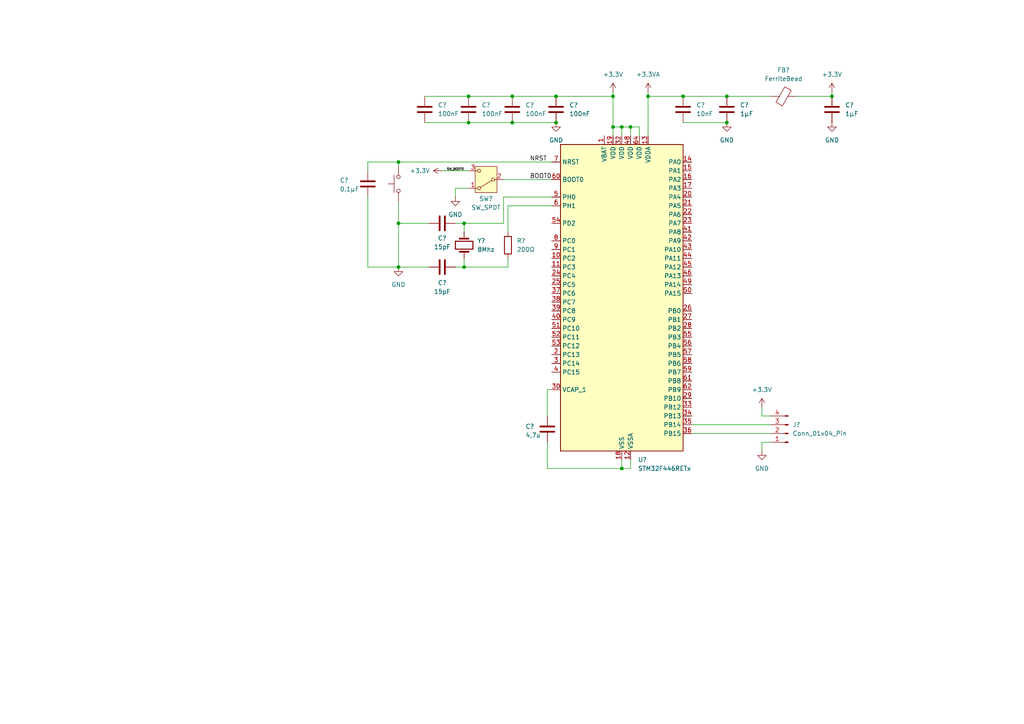
<source format=kicad_sch>
(kicad_sch (version 20250114) (generator "eeschema") (generator_version "9.0")
  (paper "A4")
  (lib_symbols
    (symbol "Connector:Conn_01x04_Pin" (pin_names (offset 1.016) (hide yes))
      (property "Reference" "J" (at 0 5.08 0))
      (property "Value" "Conn_01x04_Pin" (at 0 -7.62 0))
      (symbol "Conn_01x04_Pin_1_1"
        (rectangle (start 0.8636 2.667) (end 0 2.413) (stroke (width 0.1524)) (fill (type outline)))
        (rectangle (start 0.8636 0.127) (end 0 -0.127) (stroke (width 0.1524)) (fill (type outline)))
        (rectangle (start 0.8636 -2.413) (end 0 -2.667) (stroke (width 0.1524)) (fill (type outline)))
        (rectangle (start 0.8636 -4.953) (end 0 -5.207) (stroke (width 0.1524)) (fill (type outline)))
        (polyline (pts (xy 1.27 2.54) (xy 0.8636 2.54)) (stroke (width 0.1524)))
        (polyline (pts (xy 1.27 0) (xy 0.8636 0)) (stroke (width 0.1524)))
        (polyline (pts (xy 1.27 -2.54) (xy 0.8636 -2.54)) (stroke (width 0.1524)))
        (polyline (pts (xy 1.27 -5.08) (xy 0.8636 -5.08)) (stroke (width 0.1524)))
        (pin passive line (at 5.08 2.54 180) (length 3.81) (name "Pin_1") (number "1"))
        (pin passive line (at 5.08 0 180) (length 3.81) (name "Pin_2") (number "2"))
        (pin passive line (at 5.08 -2.54 180) (length 3.81) (name "Pin_3") (number "3"))
        (pin passive line (at 5.08 -5.08 180) (length 3.81) (name "Pin_4") (number "4"))
      )
    )
    (symbol "Device:C" (pin_numbers (hide yes)) (pin_names (offset 0.254))
      (property "Reference" "C" (at 0.635 2.54 0))
      (property "Value" "C" (at 0.635 -2.54 0))
      (symbol "C_0_1"
        (polyline (pts (xy -2.032 0.762) (xy 2.032 0.762)) (stroke (width 0.508)))
        (polyline (pts (xy -2.032 -0.762) (xy 2.032 -0.762)) (stroke (width 0.508)))
      )
      (symbol "C_1_1"
        (pin passive line (at 0 3.81 270) (length 2.794) (name "~") (number "1"))
        (pin passive line (at 0 -3.81 90) (length 2.794) (name "~") (number "2"))
      )
    )
    (symbol "Device:Crystal" (pin_numbers (hide yes)) (pin_names (offset 1.016) (hide yes))
      (property "Reference" "Y" (at 0 3.81 0))
      (property "Value" "Crystal" (at 0 -3.81 0))
      (symbol "Crystal_0_1"
        (polyline (pts (xy -2.54 0) (xy -1.905 0)))
        (polyline (pts (xy -1.905 -1.27) (xy -1.905 1.27)) (stroke (width 0.508)))
        (rectangle (start -1.143 2.54) (end 1.143 -2.54) (stroke (width 0.3048)))
        (polyline (pts (xy 1.905 -1.27) (xy 1.905 1.27)) (stroke (width 0.508)))
        (polyline (pts (xy 2.54 0) (xy 1.905 0)))
      )
      (symbol "Crystal_1_1"
        (pin passive line (at -3.81 0 0) (length 1.27) (name "1") (number "1"))
        (pin passive line (at 3.81 0 180) (length 1.27) (name "2") (number "2"))
      )
    )
    (symbol "Device:FerriteBead" (pin_numbers (hide yes)) (pin_names (offset 0))
      (property "Reference" "FB" (at -3.81 0.635 90))
      (property "Value" "FerriteBead" (at 3.81 0 90))
      (symbol "FerriteBead_0_1"
        (polyline (pts (xy -2.7686 0.4064) (xy -1.7018 2.2606) (xy 2.7686 -0.3048) (xy 1.6764 -2.159) (xy -2.7686 0.4064)))
        (polyline (pts (xy 0 1.27) (xy 0 1.2954)))
        (polyline (pts (xy 0 -1.27) (xy 0 -1.2192)))
      )
      (symbol "FerriteBead_1_1"
        (pin passive line (at 0 3.81 270) (length 2.54) (name "~") (number "1"))
        (pin passive line (at 0 -3.81 90) (length 2.54) (name "~") (number "2"))
      )
    )
    (symbol "Device:R" (pin_numbers (hide yes)) (pin_names (offset 0))
      (property "Reference" "R" (at 2.032 0 90))
      (property "Value" "R" (at 0 0 90))
      (symbol "R_0_1"
        (rectangle (start -1.016 -2.54) (end 1.016 2.54) (stroke (width 0.254)))
      )
      (symbol "R_1_1"
        (pin passive line (at 0 3.81 270) (length 1.27) (name "~") (number "1"))
        (pin passive line (at 0 -3.81 90) (length 1.27) (name "~") (number "2"))
      )
    )
    (symbol "MCU_ST_STM32F4:STM32F446RETx"
      (property "Reference" "U" (at -17.78 46.99 0))
      (property "Value" "STM32F446RETx" (at 10.16 46.99 0))
      (symbol "STM32F446RETx_0_1"
        (rectangle (start -17.78 -43.18) (end 17.78 45.72) (stroke (width 0.254)) (fill (type background)))
      )
      (symbol "STM32F446RETx_1_1"
        (pin input line (at -20.32 40.64 0) (length 2.54) (name "NRST") (number "7"))
        (pin input line (at -20.32 35.56 0) (length 2.54) (name "BOOT0") (number "60"))
        (pin bidirectional line (at -20.32 30.48 0) (length 2.54) (name "PH0") (number "5"))
        (pin bidirectional line (at -20.32 27.94 0) (length 2.54) (name "PH1") (number "6"))
        (pin bidirectional line (at -20.32 22.86 0) (length 2.54) (name "PD2") (number "54"))
        (pin bidirectional line (at -20.32 17.78 0) (length 2.54) (name "PC0") (number "8"))
        (pin bidirectional line (at -20.32 15.24 0) (length 2.54) (name "PC1") (number "9"))
        (pin bidirectional line (at -20.32 12.7 0) (length 2.54) (name "PC2") (number "10"))
        (pin bidirectional line (at -20.32 10.16 0) (length 2.54) (name "PC3") (number "11"))
        (pin bidirectional line (at -20.32 7.62 0) (length 2.54) (name "PC4") (number "24"))
        (pin bidirectional line (at -20.32 5.08 0) (length 2.54) (name "PC5") (number "25"))
        (pin bidirectional line (at -20.32 2.54 0) (length 2.54) (name "PC6") (number "37"))
        (pin bidirectional line (at -20.32 0 0) (length 2.54) (name "PC7") (number "38"))
        (pin bidirectional line (at -20.32 -2.54 0) (length 2.54) (name "PC8") (number "39"))
        (pin bidirectional line (at -20.32 -5.08 0) (length 2.54) (name "PC9") (number "40"))
        (pin bidirectional line (at -20.32 -7.62 0) (length 2.54) (name "PC10") (number "51"))
        (pin bidirectional line (at -20.32 -10.16 0) (length 2.54) (name "PC11") (number "52"))
        (pin bidirectional line (at -20.32 -12.7 0) (length 2.54) (name "PC12") (number "53"))
        (pin bidirectional line (at -20.32 -15.24 0) (length 2.54) (name "PC13") (number "2"))
        (pin bidirectional line (at -20.32 -17.78 0) (length 2.54) (name "PC14") (number "3"))
        (pin bidirectional line (at -20.32 -20.32 0) (length 2.54) (name "PC15") (number "4"))
        (pin power_out line (at -20.32 -25.4 0) (length 2.54) (name "VCAP_1") (number "30"))
        (pin power_in line (at -5.08 48.26 270) (length 2.54) (name "VBAT") (number "1"))
        (pin power_in line (at -2.54 48.26 270) (length 2.54) (name "VDD") (number "19"))
        (pin power_in line (at 0 48.26 270) (length 2.54) (name "VDD") (number "32"))
        (pin power_in line (at 0 -45.72 90) (length 2.54) (name "VSS") (number "18"))
        (pin passive line (at 0 -45.72 90) (length 2.54) (hide yes) (name "VSS") (number "31"))
        (pin passive line (at 0 -45.72 90) (length 2.54) (hide yes) (name "VSS") (number "47"))
        (pin passive line (at 0 -45.72 90) (length 2.54) (hide yes) (name "VSS") (number "63"))
        (pin power_in line (at 2.54 48.26 270) (length 2.54) (name "VDD") (number "48"))
        (pin power_in line (at 2.54 -45.72 90) (length 2.54) (name "VSSA") (number "12"))
        (pin power_in line (at 5.08 48.26 270) (length 2.54) (name "VDD") (number "64"))
        (pin power_in line (at 7.62 48.26 270) (length 2.54) (name "VDDA") (number "13"))
        (pin bidirectional line (at 20.32 40.64 180) (length 2.54) (name "PA0") (number "14"))
        (pin bidirectional line (at 20.32 38.1 180) (length 2.54) (name "PA1") (number "15"))
        (pin bidirectional line (at 20.32 35.56 180) (length 2.54) (name "PA2") (number "16"))
        (pin bidirectional line (at 20.32 33.02 180) (length 2.54) (name "PA3") (number "17"))
        (pin bidirectional line (at 20.32 30.48 180) (length 2.54) (name "PA4") (number "20"))
        (pin bidirectional line (at 20.32 27.94 180) (length 2.54) (name "PA5") (number "21"))
        (pin bidirectional line (at 20.32 25.4 180) (length 2.54) (name "PA6") (number "22"))
        (pin bidirectional line (at 20.32 22.86 180) (length 2.54) (name "PA7") (number "23"))
        (pin bidirectional line (at 20.32 20.32 180) (length 2.54) (name "PA8") (number "41"))
        (pin bidirectional line (at 20.32 17.78 180) (length 2.54) (name "PA9") (number "42"))
        (pin bidirectional line (at 20.32 15.24 180) (length 2.54) (name "PA10") (number "43"))
        (pin bidirectional line (at 20.32 12.7 180) (length 2.54) (name "PA11") (number "44"))
        (pin bidirectional line (at 20.32 10.16 180) (length 2.54) (name "PA12") (number "45"))
        (pin bidirectional line (at 20.32 7.62 180) (length 2.54) (name "PA13") (number "46"))
        (pin bidirectional line (at 20.32 5.08 180) (length 2.54) (name "PA14") (number "49"))
        (pin bidirectional line (at 20.32 2.54 180) (length 2.54) (name "PA15") (number "50"))
        (pin bidirectional line (at 20.32 -2.54 180) (length 2.54) (name "PB0") (number "26"))
        (pin bidirectional line (at 20.32 -5.08 180) (length 2.54) (name "PB1") (number "27"))
        (pin bidirectional line (at 20.32 -7.62 180) (length 2.54) (name "PB2") (number "28"))
        (pin bidirectional line (at 20.32 -10.16 180) (length 2.54) (name "PB3") (number "55"))
        (pin bidirectional line (at 20.32 -12.7 180) (length 2.54) (name "PB4") (number "56"))
        (pin bidirectional line (at 20.32 -15.24 180) (length 2.54) (name "PB5") (number "57"))
        (pin bidirectional line (at 20.32 -17.78 180) (length 2.54) (name "PB6") (number "58"))
        (pin bidirectional line (at 20.32 -20.32 180) (length 2.54) (name "PB7") (number "59"))
        (pin bidirectional line (at 20.32 -22.86 180) (length 2.54) (name "PB8") (number "61"))
        (pin bidirectional line (at 20.32 -25.4 180) (length 2.54) (name "PB9") (number "62"))
        (pin bidirectional line (at 20.32 -27.94 180) (length 2.54) (name "PB10") (number "29"))
        (pin bidirectional line (at 20.32 -30.48 180) (length 2.54) (name "PB12") (number "33"))
        (pin bidirectional line (at 20.32 -33.02 180) (length 2.54) (name "PB13") (number "34"))
        (pin bidirectional line (at 20.32 -35.56 180) (length 2.54) (name "PB14") (number "35"))
        (pin bidirectional line (at 20.32 -38.1 180) (length 2.54) (name "PB15") (number "36"))
      )
    )
    (symbol "Switch:SW_Push" (pin_numbers (hide yes)) (pin_names (offset 1.016) (hide yes))
      (property "Reference" "SW" (at 1.27 2.54 0))
      (property "Value" "SW_Push" (at 0 -1.524 0))
      (symbol "SW_Push_0_1"
        (circle (center -2.032 0) (radius 0.508))
        (polyline (pts (xy 0 1.27) (xy 0 3.048)))
        (circle (center 2.032 0) (radius 0.508))
        (polyline (pts (xy 2.54 1.27) (xy -2.54 1.27)))
        (pin passive line (at -5.08 0 0) (length 2.54) (name "1") (number "1"))
        (pin passive line (at 5.08 0 180) (length 2.54) (name "2") (number "2"))
      )
    )
    (symbol "Switch:SW_SPDT" (pin_names (offset 0) (hide yes))
      (property "Reference" "SW" (at 0 5.08 0))
      (property "Value" "SW_SPDT" (at 0 -5.08 0))
      (symbol "SW_SPDT_0_1"
        (circle (center -2.032 0) (radius 0.4572))
        (polyline (pts (xy -1.651 0.254) (xy 1.651 2.286)))
        (circle (center 2.032 2.54) (radius 0.4572))
        (circle (center 2.032 -2.54) (radius 0.4572))
      )
      (symbol "SW_SPDT_1_1"
        (rectangle (start -3.175 3.81) (end 3.175 -3.81) (fill (type background)))
        (pin passive line (at -5.08 0 0) (length 2.54) (name "B") (number "2"))
        (pin passive line (at 5.08 2.54 180) (length 2.54) (name "A") (number "1"))
        (pin passive line (at 5.08 -2.54 180) (length 2.54) (name "C") (number "3"))
      )
    )
    (symbol "power:+3.3V" (power) (pin_numbers (hide yes)) (pin_names (offset 0) (hide yes))
      (property "Value" "+3.3V" (at 0 3.556 0))
      (symbol "+3.3V_0_1"
        (polyline (pts (xy -0.762 1.27) (xy 0 2.54)))
        (polyline (pts (xy 0 2.54) (xy 0.762 1.27)))
        (polyline (pts (xy 0 0) (xy 0 2.54)))
      )
      (symbol "+3.3V_1_1"
        (pin power_in line (at 0 0 90) (length 0) (name "~") (number "1"))
      )
    )
    (symbol "power:+3.3VA" (power) (pin_numbers (hide yes)) (pin_names (offset 0) (hide yes))
      (property "Value" "+3.3VA" (at 0 3.556 0))
      (symbol "+3.3VA_0_1"
        (polyline (pts (xy -0.762 1.27) (xy 0 2.54)))
        (polyline (pts (xy 0 2.54) (xy 0.762 1.27)))
        (polyline (pts (xy 0 0) (xy 0 2.54)))
      )
      (symbol "+3.3VA_1_1"
        (pin power_in line (at 0 0 90) (length 0) (name "~") (number "1"))
      )
    )
    (symbol "power:GND" (power) (pin_numbers (hide yes)) (pin_names (offset 0) (hide yes))
      (property "Value" "GND" (at 0 -3.81 0))
      (symbol "GND_0_1"
        (polyline (pts (xy 0 0) (xy 0 -1.27) (xy 1.27 -1.27) (xy 0 -2.54) (xy -1.27 -1.27) (xy 0 -1.27)))
      )
      (symbol "GND_1_1"
        (pin power_in line (at 0 0 270) (length 0) (name "~") (number "1"))
      )
    )
  )
  (junction (at 115.57 46.99))
  (junction (at 187.96 27.94))
  (junction (at 134.62 77.47))
  (junction (at 177.8 27.94))
  (junction (at 115.57 77.47))
  (junction (at 161.29 27.94))
  (junction (at 177.8 36.83))
  (junction (at 182.88 36.83))
  (junction (at 115.57 64.77))
  (junction (at 198.12 27.94))
  (junction (at 180.34 135.89))
  (junction (at 135.89 27.94))
  (junction (at 134.62 64.77))
  (junction (at 148.59 27.94))
  (junction (at 241.3 27.94))
  (junction (at 180.34 36.83))
  (junction (at 210.82 35.56))
  (junction (at 135.89 35.56))
  (junction (at 148.59 35.56))
  (junction (at 210.82 27.94))
  (junction (at 161.29 35.56))
  (wire (pts (xy 177.8 27.94) (xy 177.8 36.83)))
  (wire (pts (xy 177.8 26.67) (xy 177.8 27.94)))
  (wire (pts (xy 241.3 26.67) (xy 241.3 27.94)))
  (wire (pts (xy 182.88 36.83) (xy 182.88 39.37)))
  (wire (pts (xy 182.88 36.83) (xy 185.42 36.83)))
  (wire (pts (xy 177.8 36.83) (xy 180.34 36.83)))
  (wire (pts (xy 106.68 77.47) (xy 115.57 77.47)))
  (wire (pts (xy 132.08 54.61) (xy 135.89 54.61)))
  (wire (pts (xy 106.68 46.99) (xy 106.68 49.53)))
  (wire (pts (xy 132.08 54.61) (xy 132.08 57.15)))
  (wire (pts (xy 220.98 120.65) (xy 220.98 118.11)))
  (wire (pts (xy 185.42 36.83) (xy 185.42 39.37)))
  (wire (pts (xy 158.75 113.03) (xy 160.02 113.03)))
  (wire (pts (xy 158.75 135.89) (xy 180.34 135.89)))
  (wire (pts (xy 134.62 74.93) (xy 134.62 77.47)))
  (wire (pts (xy 148.59 35.56) (xy 161.29 35.56)))
  (wire (pts (xy 182.88 133.35) (xy 182.88 135.89)))
  (wire (pts (xy 106.68 57.15) (xy 106.68 77.47)))
  (wire (pts (xy 198.12 35.56) (xy 210.82 35.56)))
  (wire (pts (xy 128.27 49.53) (xy 135.89 49.53)))
  (wire (pts (xy 223.52 120.65) (xy 220.98 120.65)))
  (wire (pts (xy 147.32 77.47) (xy 134.62 77.47)))
  (wire (pts (xy 115.57 46.99) (xy 115.57 48.26)))
  (wire (pts (xy 200.66 125.73) (xy 223.52 125.73)))
  (wire (pts (xy 161.29 27.94) (xy 177.8 27.94)))
  (wire (pts (xy 115.57 64.77) (xy 124.46 64.77)))
  (wire (pts (xy 148.59 27.94) (xy 161.29 27.94)))
  (wire (pts (xy 147.32 59.69) (xy 160.02 59.69)))
  (wire (pts (xy 187.96 27.94) (xy 187.96 39.37)))
  (wire (pts (xy 123.19 27.94) (xy 135.89 27.94)))
  (wire (pts (xy 177.8 36.83) (xy 177.8 39.37)))
  (wire (pts (xy 223.52 128.27) (xy 220.98 128.27)))
  (wire (pts (xy 220.98 128.27) (xy 220.98 130.81)))
  (wire (pts (xy 158.75 113.03) (xy 158.75 120.65)))
  (wire (pts (xy 180.34 36.83) (xy 182.88 36.83)))
  (wire (pts (xy 180.34 133.35) (xy 180.34 135.89)))
  (wire (pts (xy 146.05 64.77) (xy 134.62 64.77)))
  (wire (pts (xy 146.05 52.07) (xy 160.02 52.07)))
  (wire (pts (xy 180.34 36.83) (xy 180.34 39.37)))
  (wire (pts (xy 158.75 128.27) (xy 158.75 135.89)))
  (wire (pts (xy 187.96 26.67) (xy 187.96 27.94)))
  (wire (pts (xy 115.57 46.99) (xy 160.02 46.99)))
  (wire (pts (xy 198.12 27.94) (xy 210.82 27.94)))
  (wire (pts (xy 146.05 57.15) (xy 146.05 64.77)))
  (wire (pts (xy 115.57 64.77) (xy 115.57 77.47)))
  (wire (pts (xy 115.57 77.47) (xy 124.46 77.47)))
  (wire (pts (xy 146.05 57.15) (xy 160.02 57.15)))
  (wire (pts (xy 180.34 135.89) (xy 182.88 135.89)))
  (wire (pts (xy 231.14 27.94) (xy 241.3 27.94)))
  (wire (pts (xy 135.89 35.56) (xy 148.59 35.56)))
  (wire (pts (xy 147.32 59.69) (xy 147.32 67.31)))
  (wire (pts (xy 115.57 58.42) (xy 115.57 64.77)))
  (wire (pts (xy 210.82 27.94) (xy 223.52 27.94)))
  (wire (pts (xy 135.89 27.94) (xy 148.59 27.94)))
  (wire (pts (xy 134.62 67.31) (xy 134.62 64.77)))
  (wire (pts (xy 123.19 35.56) (xy 135.89 35.56)))
  (wire (pts (xy 187.96 27.94) (xy 198.12 27.94)))
  (wire (pts (xy 147.32 74.93) (xy 147.32 77.47)))
  (wire (pts (xy 106.68 46.99) (xy 115.57 46.99)))
  (wire (pts (xy 134.62 77.47) (xy 132.08 77.47)))
  (wire (pts (xy 134.62 64.77) (xy 132.08 64.77)))
  (wire (pts (xy 200.66 123.19) (xy 223.52 123.19)))
  (label "BOOT0" (at 153.67 52.07 0))
  (label "NRST" (at 153.67 46.99 0))
  (label "SW_BOOT0" (at 129.54 49.53 0) (effects (font (size 0.635 0.635))))
  (symbol (lib_id "Device:C") (at 128.27 64.77 90) (unit 1)
    (property "Reference" "C?" (at 128.27 69.088 90))
    (property "Value" "15pF" (at 128.27 71.628 90))
    (property "Description" "Unpolarized capacitor" (effects (hide yes)))
  )
  (symbol (lib_id "Device:C") (at 135.89 31.75 0) (unit 1)
    (property "Reference" "C?" (at 139.7 30.4799 0) (effects (justify left)))
    (property "Value" "100nF" (at 139.7 33.0199 0) (effects (justify left)))
    (property "Description" "Unpolarized capacitor" (effects (hide yes)))
  )
  (symbol (lib_id "Device:C") (at 210.82 31.75 0) (unit 1)
    (property "Reference" "C?" (at 214.63 30.4799 0) (effects (justify left)))
    (property "Value" "1µF" (at 214.63 33.0199 0) (effects (justify left)))
    (property "Description" "Unpolarized capacitor" (effects (hide yes)))
  )
  (symbol (lib_id "Device:FerriteBead") (at 227.33 27.94 90) (unit 1)
    (property "Reference" "FB?" (at 227.2792 20.32 90))
    (property "Value" "FerriteBead" (at 227.2792 22.86 90))
    (property "Description" "Ferrite bead" (effects (hide yes)))
  )
  (symbol (lib_id "Device:Crystal") (at 134.62 71.12 90) (unit 1)
    (property "Reference" "Y?" (at 138.43 69.8499 90) (effects (justify right)))
    (property "Value" "8Mhz" (at 138.43 72.3899 90) (effects (justify right)))
    (property "Description" "Two pin crystal" (effects (hide yes)))
  )
  (symbol (lib_id "power:+3.3V") (at 177.8 26.67 0) (unit 1)
    (property "Reference" "#PWR01" (effects (hide yes)))
    (property "Value" "+3.3V" (at 177.8 21.59 0))
    (property "Description" "Power symbol creates a global label with name \"+3.3V\"" (effects (hide yes)))
  )
  (symbol (lib_id "Device:C") (at 128.27 77.47 90) (unit 1)
    (property "Reference" "C?" (at 128.27 82.042 90))
    (property "Value" "15pF" (at 128.27 84.582 90))
    (property "Description" "Unpolarized capacitor" (effects (hide yes)))
  )
  (symbol (lib_id "Device:C") (at 148.59 31.75 0) (unit 1)
    (property "Reference" "C?" (at 152.4 30.4799 0) (effects (justify left)))
    (property "Value" "100nF" (at 152.4 33.0199 0) (effects (justify left)))
    (property "Description" "Unpolarized capacitor" (effects (hide yes)))
  )
  (symbol (lib_id "power:+3.3V") (at 128.27 49.53 90) (unit 1)
    (property "Reference" "#PWR01" (effects (hide yes)))
    (property "Value" "+3.3V" (at 124.714 49.53 90) (effects (justify left)))
    (property "Description" "Power symbol creates a global label with name \"+3.3V\"" (effects (hide yes)))
  )
  (symbol (lib_id "power:GND") (at 161.29 35.56 0) (unit 1)
    (property "Reference" "#PWR02" (effects (hide yes)))
    (property "Value" "GND" (at 161.29 40.64 0))
    (property "Description" "Power symbol creates a global label with name \"GND\" , ground" (effects (hide yes)))
  )
  (symbol (lib_id "Device:C") (at 106.68 53.34 180) (unit 1)
    (property "Reference" "C?" (at 98.552 52.324 0) (effects (justify right)))
    (property "Value" "0.1µF" (at 98.552 54.864 0) (effects (justify right)))
    (property "Description" "Unpolarized capacitor" (effects (hide yes)))
  )
  (symbol (lib_id "Device:R") (at 147.32 71.12 180) (unit 1)
    (property "Reference" "R?" (at 149.86 69.8499 0) (effects (justify right)))
    (property "Value" "200Ω" (at 149.86 72.3899 0) (effects (justify right)))
    (property "Description" "Resistor" (effects (hide yes)))
  )
  (symbol (lib_id "Switch:SW_Push") (at 115.57 53.34 90) (unit 1)
    (property "Reference" "SW?" (effects (hide yes)))
    (property "Value" "SW_Push" (effects (hide yes)))
    (property "Description" "Push button switch, generic, two pins" (effects (hide yes)))
  )
  (symbol (lib_id "power:+3.3V") (at 241.3 26.67 0) (unit 1)
    (property "Reference" "#PWR05" (effects (hide yes)))
    (property "Value" "+3.3V" (at 241.3 21.59 0))
    (property "Description" "Power symbol creates a global label with name \"+3.3V\"" (effects (hide yes)))
  )
  (symbol (lib_id "Switch:SW_SPDT") (at 140.97 52.07 180) (unit 1)
    (property "Reference" "SW?" (at 140.97 57.658 0))
    (property "Value" "SW_SPDT" (at 140.97 60.198 0))
    (property "Description" "Switch, single pole double throw" (effects (hide yes)))
  )
  (symbol (lib_id "power:GND") (at 220.98 130.81 0) (unit 1)
    (property "Reference" "#PWR09" (effects (hide yes)))
    (property "Value" "GND" (at 220.98 135.89 0))
    (property "Description" "Power symbol creates a global label with name \"GND\" , ground" (effects (hide yes)))
  )
  (symbol (lib_id "MCU_ST_STM32F4:STM32F446RETx") (at 180.34 87.63 0) (unit 1)
    (property "Reference" "U?" (at 185.0233 133.35 0) (effects (justify left)))
    (property "Value" "STM32F446RETx" (at 185.0233 135.89 0) (effects (justify left)))
    (property "Footprint" "Package_QFP:LQFP-64_10x10mm_P0.5mm" (effects (hide yes)))
    (property "Datasheet" "https://www.st.com/resource/en/datasheet/stm32f446re.pdf" (effects (hide yes)))
    (property "Description" "STMicroelectronics Arm Cortex-M4 MCU, 512KB flash, 128KB RAM, 180 MHz, 1.8-3.6V, 50 GPIO, LQFP64" (effects (hide yes)))
  )
  (symbol (lib_id "Device:C") (at 158.75 124.46 180) (unit 1)
    (property "Reference" "C?" (at 152.4 123.698 0) (effects (justify right)))
    (property "Value" "4,7u" (at 152.4 126.238 0) (effects (justify right)))
    (property "Description" "Unpolarized capacitor" (effects (hide yes)))
  )
  (symbol (lib_id "Connector:Conn_01x04_Pin") (at 228.6 125.73 180) (unit 1)
    (property "Reference" "J?" (at 229.87 123.1899 0) (effects (justify right)))
    (property "Value" "Conn_01x04_Pin" (at 229.87 125.7299 0) (effects (justify right)))
    (property "Description" "Generic connector, single row, 01x04, script generated" (effects (hide yes)))
  )
  (symbol (lib_id "Device:C") (at 198.12 31.75 0) (unit 1)
    (property "Reference" "C?" (at 201.93 30.4799 0) (effects (justify left)))
    (property "Value" "10nF" (at 201.93 33.0199 0) (effects (justify left)))
    (property "Description" "Unpolarized capacitor" (effects (hide yes)))
  )
  (symbol (lib_id "power:+3.3VA") (at 187.96 26.67 0) (unit 1)
    (property "Reference" "#PWR03" (effects (hide yes)))
    (property "Value" "+3.3VA" (at 187.96 21.59 0))
    (property "Description" "Power symbol creates a global label with name \"+3.3VA\"" (effects (hide yes)))
  )
  (symbol (lib_id "Device:C") (at 241.3 31.75 0) (unit 1)
    (property "Reference" "C?" (at 245.11 30.4799 0) (effects (justify left)))
    (property "Value" "1µF" (at 245.11 33.0199 0) (effects (justify left)))
    (property "Description" "Unpolarized capacitor" (effects (hide yes)))
  )
  (symbol (lib_id "power:GND") (at 241.3 35.56 0) (unit 1)
    (property "Reference" "#PWR06" (effects (hide yes)))
    (property "Value" "GND" (at 241.3 40.64 0))
    (property "Description" "Power symbol creates a global label with name \"GND\" , ground" (effects (hide yes)))
  )
  (symbol (lib_id "Device:C") (at 123.19 31.75 0) (unit 1)
    (property "Reference" "C?" (at 127 30.4799 0) (effects (justify left)))
    (property "Value" "100nF" (at 127 33.0199 0) (effects (justify left)))
    (property "Description" "Unpolarized capacitor" (effects (hide yes)))
  )
  (symbol (lib_id "power:GND") (at 210.82 35.56 0) (unit 1)
    (property "Reference" "#PWR04" (effects (hide yes)))
    (property "Value" "GND" (at 210.82 40.64 0))
    (property "Description" "Power symbol creates a global label with name \"GND\" , ground" (effects (hide yes)))
  )
  (symbol (lib_id "power:GND") (at 115.57 77.47 0) (unit 1)
    (property "Reference" "#PWR07" (effects (hide yes)))
    (property "Value" "GND" (at 115.57 82.55 0))
    (property "Description" "Power symbol creates a global label with name \"GND\" , ground" (effects (hide yes)))
  )
  (symbol (lib_id "power:GND") (at 132.08 57.15 0) (unit 1)
    (property "Reference" "#PWR02" (effects (hide yes)))
    (property "Value" "GND" (at 132.08 62.23 0))
    (property "Description" "Power symbol creates a global label with name \"GND\" , ground" (effects (hide yes)))
  )
  (symbol (lib_id "Device:C") (at 161.29 31.75 0) (unit 1)
    (property "Reference" "C?" (at 165.1 30.4799 0) (effects (justify left)))
    (property "Value" "100nF" (at 165.1 33.0199 0) (effects (justify left)))
    (property "Description" "Unpolarized capacitor" (effects (hide yes)))
  )
  (symbol (lib_id "power:+3.3V") (at 220.98 118.11 0) (unit 1)
    (property "Reference" "#PWR08" (effects (hide yes)))
    (property "Value" "+3.3V" (at 220.98 113.03 0))
    (property "Description" "Power symbol creates a global label with name \"+3.3V\"" (effects (hide yes)))
  )
)
</source>
